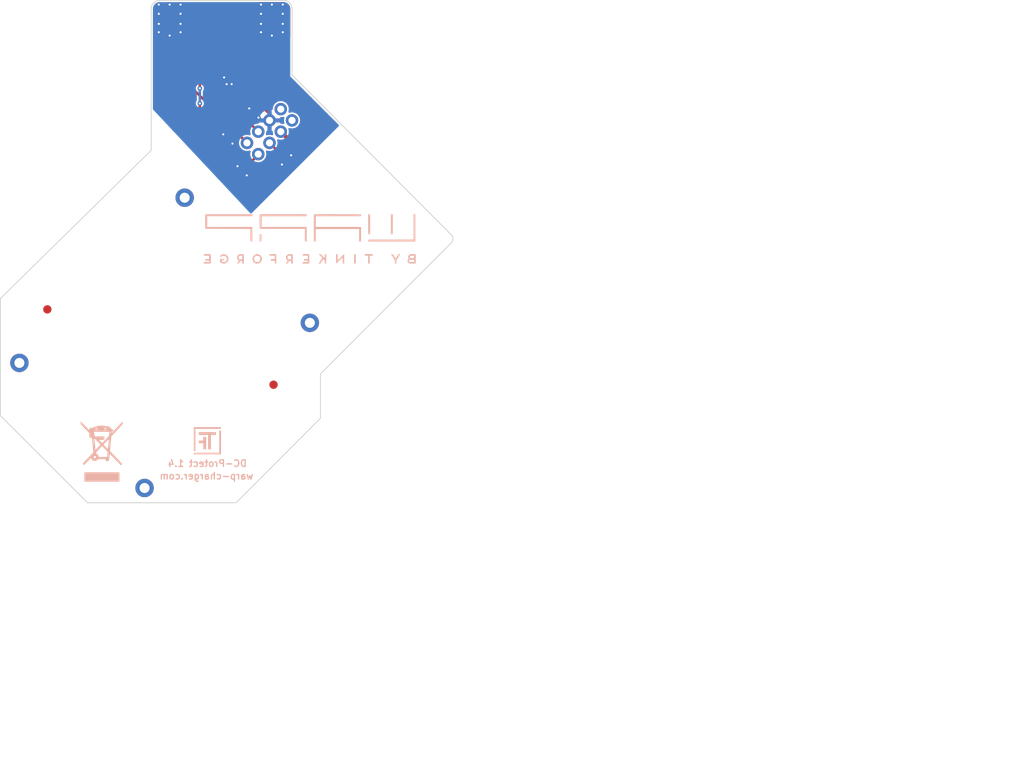
<source format=kicad_pcb>
(kicad_pcb (version 20211014) (generator pcbnew)
  (title_block (title "DC Protect Tilted X804") (date "2023-02-03") (rev "1.4") (company "Tinkerforge GmbH") (comment 1 "Licensed under CERN OHL v.1.1") (comment 2 "Copyright (©) 2023, T.Schneidermann <tim@tinkerforge.com>"))
  (layers (0 "F.Cu" signal) (31 "B.Cu" signal) (34 "B.Paste" user) (35 "F.Paste" user) (36 "B.SilkS" user "B.Silkscreen") (37 "F.SilkS" user "F.Silkscreen") (38 "B.Mask" user) (39 "F.Mask" user) (44 "Edge.Cuts" user))
  (net 0 "")
  (net 1 "Net-(C1-Pad1)")
  (net 2 "Net-(C2-Pad1)")
  (net 3 "Net-(P1-Pad6)")
  (net 4 "Net-(C3-Pad1)")
  (net 5 "Net-(C4-Pad1)")
  (net 8 "GND")
  (footprint "kicad-libraries:Fiducial_Mark" (layer "F.Cu") (at 186.5 92.575)
    (fp_text reference "Fiducial_Mark" hide)
    (fp_text value "VAL**" hide)
    (pad "1" smd circle locked (at 0 0) (size 1.00076 1.00076) (layers "F.Cu" "F.Paste" "F.Mask") (clearance 0.65024))
  )
  (footprint "kicad-libraries:C0402E" (layer "F.Cu") (at 190.6 87.275 -45)
    (fp_text reference "C4")
    (fp_text value "100nF")
    (pad "1" smd rect locked (at -0.65 0 315) (size 0.7 0.9) (layers "F.Cu" "F.Paste" "F.Mask") (net 5 "Net-(C4-Pad1)"))
    (pad "2" smd rect locked (at 0.65 0 315) (size 0.7 0.9) (layers "F.Cu" "F.Paste" "F.Mask") (net 8 "GND"))
  )
  (footprint "kicad-libraries:C0805E" (layer "F.Cu") (at 185.1 76.375)
    (fp_text reference "C5")
    (fp_text value "DNP")
    (pad "1" smd rect locked (at -0.95 0) (size 1.3 1.5) (layers "F.Cu" "F.Paste" "F.Mask") (net 8 "GND") (clearance 0.14986))
    (pad "2" smd rect locked (at 0.95 0) (size 1.3 1.5) (layers "F.Cu" "F.Paste" "F.Mask") (net 3 "Net-(P1-Pad6)") (clearance 0.14986))
  )
  (footprint "kicad-libraries:Fiducial_Mark" (layer "F.Cu") (at 176.5 78.575)
    (fp_text reference "Fiducial_Mark" hide)
    (fp_text value "VAL**" hide)
    (pad "1" smd circle locked (at 0 0) (size 1.00076 1.00076) (layers "F.Cu" "F.Paste" "F.Mask") (clearance 0.65024))
  )
  (footprint "kicad-libraries:C0402E" (layer "F.Cu") (at 185.1 77.875)
    (fp_text reference "C6")
    (fp_text value "DNP")
    (pad "1" smd rect locked (at -0.65 0) (size 0.7 0.9) (layers "F.Cu" "F.Paste" "F.Mask") (net 8 "GND"))
    (pad "2" smd rect locked (at 0.65 0) (size 0.7 0.9) (layers "F.Cu" "F.Paste" "F.Mask") (net 3 "Net-(P1-Pad6)"))
  )
  (footprint "kicad-libraries:DC-Protect" (layer "F.Cu") (at 176.5 109.575 135)
    (fp_text reference "U1")
    (fp_text value "DC-Protect")
    (pad "" np_thru_hole circle locked (at 0 0 135) (size 20 20) (drill 20) (layers F&B.Cu *.Mask))
    (pad "" thru_hole circle locked (at 10.565 13.95 135) (size 2.2 2.2) (drill 1.2) (layers F&B.Cu *.Mask))
    (pad "" thru_hole circle locked (at -10.565 -13.95 135) (size 2.2 2.2) (drill 1.2) (layers F&B.Cu *.Mask))
    (pad "" thru_hole circle locked (at 10.565 -13.95 135) (size 2.2 2.2) (drill 1.2) (layers F&B.Cu *.Mask))
    (pad "" thru_hole circle locked (at -10.565 13.95 135) (size 2.2 2.2) (drill 1.2) (layers F&B.Cu *.Mask))
    (pad "1" thru_hole circle locked (at 9.935 23.84 135) (size 1.5 1.5) (drill 0.85) (layers F&B.Cu *.Mask) (net 1 "Net-(C1-Pad1)"))
    (pad "2" thru_hole circle locked (at 8.035 23.84 135) (size 1.5 1.5) (drill 0.85) (layers F&B.Cu *.Mask) (net 2 "Net-(C2-Pad1)"))
    (pad "3" thru_hole circle locked (at 9.935 25.74 135) (size 1.5 1.5) (drill 0.85) (layers F&B.Cu *.Mask) (net 4 "Net-(C3-Pad1)"))
    (pad "4" thru_hole circle locked (at 8.035 25.74 135) (size 1.5 1.5) (drill 0.85) (layers F&B.Cu *.Mask) (net 5 "Net-(C4-Pad1)"))
    (pad "5" thru_hole circle locked (at 9.935 27.64 135) (size 1.5 1.5) (drill 0.85) (layers F&B.Cu *.Mask) (net 8 "GND"))
    (pad "6" thru_hole circle locked (at 8.035 27.64 135) (size 1.5 1.5) (drill 0.85) (layers F&B.Cu *.Mask) (net 3 "Net-(P1-Pad6)"))
    (pad "7" thru_hole circle locked (at 9.935 29.54 135) (size 1.5 1.5) (drill 0.85) (layers F&B.Cu *.Mask))
    (pad "8" thru_hole circle locked (at 8.035 29.54 135) (size 1.5 1.5) (drill 0.85) (layers F&B.Cu *.Mask))
  )
  (footprint "kicad-libraries:C0402E" (layer "F.Cu") (at 186.2 88.575 -135)
    (fp_text reference "C2")
    (fp_text value "10nF")
    (pad "1" smd rect locked (at -0.65 0 225) (size 0.7 0.9) (layers "F.Cu" "F.Paste" "F.Mask") (net 2 "Net-(C2-Pad1)"))
    (pad "2" smd rect locked (at 0.65 0 225) (size 0.7 0.9) (layers "F.Cu" "F.Paste" "F.Mask") (net 8 "GND"))
  )
  (footprint "kicad-libraries:CON-SENSOR2_180" (layer "F.Cu") (at 183.2 69.575 180)
    (fp_text reference "P1")
    (fp_text value "CON-SENSOR2-BLANK")
    (pad "1" smd rect locked (at 3.75 -4.8 180) (size 0.6 1.8) (layers "F.Cu" "F.Paste" "F.Mask") (net 1 "Net-(C1-Pad1)"))
    (pad "2" smd rect locked (at 2.5 -4.8 180) (size 0.6 1.8) (layers "F.Cu" "F.Paste" "F.Mask") (net 2 "Net-(C2-Pad1)"))
    (pad "3" smd rect locked (at 1.25 -4.8 180) (size 0.6 1.8) (layers "F.Cu" "F.Paste" "F.Mask") (net 4 "Net-(C3-Pad1)"))
    (pad "4" smd rect locked (at 0 -4.8 180) (size 0.6 1.8) (layers "F.Cu" "F.Paste" "F.Mask") (net 5 "Net-(C4-Pad1)"))
    (pad "5" smd rect locked (at -1.25 -4.8 180) (size 0.6 1.8) (layers "F.Cu" "F.Paste" "F.Mask") (net 8 "GND"))
    (pad "6" smd rect locked (at -2.5 -4.8 180) (size 0.6 1.8) (layers "F.Cu" "F.Paste" "F.Mask") (net 3 "Net-(P1-Pad6)"))
    (pad "7" smd rect locked (at -3.75 -4.8 180) (size 0.6 1.8) (layers "F.Cu" "F.Paste" "F.Mask"))
    (pad "EP" smd rect locked (at 6.1 -1.4 180) (size 1.8 2.8) (layers "F.Cu" "F.Paste" "F.Mask") (net 8 "GND"))
    (pad "EP" smd rect locked (at -6.1 -1.4 180) (size 1.8 2.8) (layers "F.Cu" "F.Paste" "F.Mask") (net 8 "GND"))
  )
  (footprint "kicad-libraries:C0402E" (layer "F.Cu") (at 184.5 84.775 -135)
    (fp_text reference "C1")
    (fp_text value "100nF")
    (pad "1" smd rect locked (at -0.65 0 225) (size 0.7 0.9) (layers "F.Cu" "F.Paste" "F.Mask") (net 1 "Net-(C1-Pad1)"))
    (pad "2" smd rect locked (at 0.65 0 225) (size 0.7 0.9) (layers "F.Cu" "F.Paste" "F.Mask") (net 8 "GND"))
  )
  (footprint "kicad-libraries:C0402E" (layer "F.Cu") (at 186.7 82.575 45)
    (fp_text reference "C3")
    (fp_text value "100nF")
    (pad "1" smd rect locked (at -0.65 0 45) (size 0.7 0.9) (layers "F.Cu" "F.Paste" "F.Mask") (net 4 "Net-(C3-Pad1)"))
    (pad "2" smd rect locked (at 0.65 0 45) (size 0.7 0.9) (layers "F.Cu" "F.Paste" "F.Mask") (net 8 "GND"))
  )
  (footprint "kicad-libraries:Fiducial_Mark" (layer "F.Cu") (at 189.5 114.575)
    (fp_text reference "Fiducial_Mark" hide)
    (fp_text value "VAL**" hide)
    (pad "1" smd circle locked (at 0 0) (size 1.00076 1.00076) (layers "F.Cu" "F.Paste" "F.Mask") (clearance 0.65024))
  )
  (footprint "kicad-libraries:Fiducial_Mark" (layer "F.Cu") (at 162.5 105.575)
    (fp_text reference "Fiducial_Mark" hide)
    (fp_text value "VAL**" hide)
    (pad "1" smd circle locked (at 0 0) (size 1.00076 1.00076) (layers "F.Cu" "F.Paste" "F.Mask") (clearance 0.65024))
  )
  (footprint "kicad-libraries:Logo_31x31" (layer "B.Cu") (at 181.6 121.275 180)
    (fp_text reference "G***" hide)
    (fp_text value "LOGO" hide)
  )
  (footprint "kicad-libraries:LogoWARP_25x6" (layer "B.Cu") (at 193.8 97.175 180)
    (fp_text reference "G***" hide)
    (fp_text value "LOGO" hide)
  )
  (footprint "kicad-libraries:WEEE_7mm" (layer "B.Cu") (at 169 122.575 180)
    (fp_text reference "VAL" hide)
    (fp_text value "WEEE_7mm" hide)
  )
  (gr_line (start 156.9 118.275) (end 167.3 128.675) (layer "Edge.Cuts") (width 0.1))
  (gr_line (start 185.025 128.675) (end 195.1 118.575) (layer "Edge.Cuts") (width 0.1))
  (gr_arc (start 210.699999 96.650001) (mid 210.907105 97.15) (end 210.699999 97.649999) (layer "Edge.Cuts") (width 0.1))
  (gr_line (start 195.1 118.575) (end 195.1 113.275) (layer "Edge.Cuts") (width 0.1))
  (gr_line (start 156.9 104.275) (end 174.9 86.575) (layer "Edge.Cuts") (width 0.1))
  (gr_line (start 175.9 68.675) (end 190.7 68.675) (layer "Edge.Cuts") (width 0.1))
  (gr_line (start 156.9 118.275) (end 156.9 104.275) (layer "Edge.Cuts") (width 0.1))
  (gr_arc (start 174.9 69.675) (mid 175.192893 68.967893) (end 175.9 68.675) (layer "Edge.Cuts") (width 0.1))
  (gr_line (start 195.1 113.275) (end 210.7 97.65) (layer "Edge.Cuts") (width 0.1))
  (gr_arc (start 190.7 68.675) (mid 191.407107 68.967893) (end 191.7 69.675) (layer "Edge.Cuts") (width 0.1))
  (gr_line (start 185.025 128.675) (end 167.3 128.675) (layer "Edge.Cuts") (width 0.1))
  (gr_line (start 174.9 69.675) (end 174.9 86.575) (layer "Edge.Cuts") (width 0.1))
  (gr_line (start 210.7 96.65) (end 191.7 77.575) (layer "Edge.Cuts") (width 0.1))
  (gr_line (start 191.7 77.575) (end 191.7 69.575) (layer "Edge.Cuts") (width 0.1))
  (gr_text "warp-charger.com" (at 181.5 125.475) (layer "B.SilkS") (effects (font (size 0.8 0.8)) (justify mirror)))
  (gr_text "DC-Protect 1.4" (at 181.6 123.975) (layer "B.SilkS") (effects (font (size 0.8 0.8)) (justify mirror)))
  (segment (start 179.45 78.810148) (end 186.33232 85.692468) (width 0.3) (layer "F.Cu") (net 1))
  (segment (start 179.45 74.375) (end 179.45 78.810148) (width 0.3) (layer "F.Cu") (net 1))
  (segment (start 185.519238 86.975) (end 186.659619 88.115381) (width 0.3) (layer "F.Cu") (net 2))
  (segment (start 180.7 80.975) (end 180.7 84.475) (width 0.3) (layer "F.Cu") (net 2))
  (segment (start 187.675823 87.035971) (end 187.675823 87.099177) (width 0.3) (layer "F.Cu") (net 2))
  (segment (start 180.7 84.475) (end 183.2 86.975) (width 0.3) (layer "F.Cu") (net 2))
  (segment (start 187.675823 87.099177) (end 186.659619 88.115381) (width 0.3) (layer "F.Cu") (net 2))
  (segment (start 180.7 79.175) (end 180.7 74.375) (width 0.3) (layer "F.Cu") (net 2))
  (segment (start 183.2 86.975) (end 185.519238 86.975) (width 0.3) (layer "F.Cu") (net 2))
  (via (at 180.7 79.175) (size 0.55) (drill 0.25) (layers "F.Cu" "B.Cu") (net 2))
  (via (at 180.7 80.975) (size 0.55) (drill 0.25) (layers "F.Cu" "B.Cu") (net 2))
  (segment (start 180.7 80.975) (end 180.7 79.175) (width 0.3) (layer "B.Cu") (net 2))
  (segment (start 192.3 85.575) (end 191.588862 85.575) (width 0.5) (layer "F.Cu") (net 3))
  (segment (start 185.75 77.875) (end 185.75 78.025) (width 0.5) (layer "F.Cu") (net 3))
  (segment (start 185.75 78.025) (end 187.9 80.175) (width 0.5) (layer "F.Cu") (net 3))
  (segment (start 193.8 82.675) (end 193.8 84.075) (width 0.5) (layer "F.Cu") (net 3))
  (segment (start 187.9 80.175) (end 191.3 80.175) (width 0.5) (layer "F.Cu") (net 3))
  (segment (start 191.3 80.175) (end 193.8 82.675) (width 0.5) (layer "F.Cu") (net 3))
  (segment (start 186.05 76.375) (end 186.05 77.575) (width 0.5) (layer "F.Cu") (net 3))
  (segment (start 186.05 77.575) (end 185.75 77.875) (width 0.5) (layer "F.Cu") (net 3))
  (segment (start 185.7 76.025) (end 186.05 76.375) (width 0.5) (layer "F.Cu") (net 3))
  (segment (start 191.588862 85.575) (end 190.362828 84.348966) (width 0.5) (layer "F.Cu") (net 3))
  (segment (start 193.8 84.075) (end 192.3 85.575) (width 0.5) (layer "F.Cu") (net 3))
  (segment (start 185.7 74.375) (end 185.7 76.025) (width 0.5) (layer "F.Cu") (net 3))
  (segment (start 187.675823 84.348966) (end 181.95 78.623143) (width 0.3) (layer "F.Cu") (net 4))
  (segment (start 181.95 78.623143) (end 181.95 74.375) (width 0.3) (layer "F.Cu") (net 4))
  (segment (start 189.8 86.473142) (end 189.019326 85.692468) (width 0.3) (layer "F.Cu") (net 5))
  (segment (start 183.2 74.375) (end 183.2 73.375) (width 0.3) (layer "F.Cu") (net 5))
  (segment (start 186.580762 90.375) (end 190.140381 86.815381) (width 0.3) (layer "F.Cu") (net 5))
  (segment (start 183.2 73.375) (end 182.8 72.975) (width 0.3) (layer "F.Cu") (net 5))
  (segment (start 184.9 90.375) (end 186.580762 90.375) (width 0.3) (layer "F.Cu") (net 5))
  (segment (start 179.111798 72.975) (end 178.3 73.786798) (width 0.3) (layer "F.Cu") (net 5))
  (segment (start 189.8 86.473142) (end 189.8 86.475) (width 0.3) (layer "F.Cu") (net 5))
  (segment (start 178.3 83.775) (end 184.9 90.375) (width 0.3) (layer "F.Cu") (net 5))
  (segment (start 182.8 72.975) (end 179.111798 72.975) (width 0.3) (layer "F.Cu") (net 5))
  (segment (start 178.3 73.786798) (end 178.3 83.775) (width 0.3) (layer "F.Cu") (net 5))
  (segment (start 189.8 86.475) (end 190.140381 86.815381) (width 0.3) (layer "F.Cu") (net 5))
  (segment (start 185.740381 89.015381) (end 185.2 88.475) (width 0.25) (layer "F.Cu") (net 8))
  (segment (start 184.45 77.875) (end 184.2 77.875) (width 0.5) (layer "F.Cu") (net 8))
  (segment (start 184.45 78.125) (end 183.9 78.675) (width 0.5) (layer "F.Cu") (net 8))
  (segment (start 191.040381 87.734619) (end 190.5 88.275) (width 0.25) (layer "F.Cu") (net 8))
  (segment (start 185.759619 89.034619) (end 186.3 89.575) (width 0.25) (layer "F.Cu") (net 8))
  (segment (start 184.040381 85.234619) (end 184.059619 85.234619) (width 0.25) (layer "F.Cu") (net 8))
  (segment (start 189.019326 83.005463) (end 189.019326 82.094326) (width 0.5) (layer "F.Cu") (net 8))
  (segment (start 191.6 87.175) (end 191.6 87.194238) (width 0.25) (layer "F.Cu") (net 8))
  (segment (start 184.45 76.075) (end 184.15 76.375) (width 0.5) (layer "F.Cu") (net 8))
  (segment (start 189.019326 82.094326) (end 187.9 80.975) (width 0.5) (layer "F.Cu") (net 8))
  (segment (start 187.159619 82.134619) (end 187.7 82.675) (width 0.25) (layer "F.Cu") (net 8))
  (segment (start 185.740381 89.034619) (end 185.740381 89.015381) (width 0.25) (layer "F.Cu") (net 8))
  (segment (start 184.45 77.875) (end 183.6 77.875) (width 0.5) (layer "F.Cu") (net 8))
  (segment (start 183.6 78.375) (end 183.9 78.675) (width 0.5) (layer "F.Cu") (net 8))
  (segment (start 184.040381 85.215381) (end 184.040381 85.234619) (width 0.25) (layer "F.Cu") (net 8))
  (segment (start 184.45 77.875) (end 184.45 78.125) (width 0.5) (layer "F.Cu") (net 8))
  (segment (start 185.740381 89.034619) (end 185.759619 89.034619) (width 0.25) (layer "F.Cu") (net 8))
  (segment (start 184.45 74.375) (end 184.45 76.075) (width 0.5) (layer "F.Cu") (net 8))
  (segment (start 184.688863 78.675) (end 183.9 78.675) (width 0.5) (layer "F.Cu") (net 8))
  (segment (start 184.15 76.375) (end 184.15 77.575) (width 0.5) (layer "F.Cu") (net 8))
  (segment (start 186.988863 80.975) (end 184.688863 78.675) (width 0.5) (layer "F.Cu") (net 8))
  (segment (start 184.15 77.575) (end 184.45 77.875) (width 0.5) (layer "F.Cu") (net 8))
  (segment (start 187.140381 82.115381) (end 186.6 81.575) (width 0.25) (layer "F.Cu") (net 8))
  (segment (start 184.2 77.875) (end 183.9 78.175) (width 0.5) (layer "F.Cu") (net 8))
  (segment (start 183.6 77.875) (end 183.6 78.375) (width 0.5) (layer "F.Cu") (net 8))
  (segment (start 187.159619 82.115381) (end 187.159619 82.134619) (width 0.25) (layer "F.Cu") (net 8))
  (segment (start 191.059619 87.734619) (end 191.040381 87.734619) (width 0.25) (layer "F.Cu") (net 8))
  (segment (start 191.6 87.194238) (end 191.059619 87.734619) (width 0.25) (layer "F.Cu") (net 8))
  (segment (start 184.059619 85.234619) (end 184.6 85.775) (width 0.25) (layer "F.Cu") (net 8))
  (segment (start 183.5 84.675) (end 184.040381 85.215381) (width 0.25) (layer "F.Cu") (net 8))
  (segment (start 184.45 77.875) (end 184.45 78.625) (width 0.5) (layer "F.Cu") (net 8))
  (segment (start 184.45 78.625) (end 184.5 78.675) (width 0.5) (layer "F.Cu") (net 8))
  (segment (start 187.159619 82.115381) (end 187.140381 82.115381) (width 0.25) (layer "F.Cu") (net 8))
  (segment (start 187.9 80.975) (end 186.988863 80.975) (width 0.5) (layer "F.Cu") (net 8))
  (via (at 188 69.175) (size 0.55) (drill 0.25) (layers "F.Cu" "B.Cu") (net 8))
  (via (at 186.3 89.575) (size 0.55) (drill 0.25) (layers "F.Cu" "B.Cu") (net 8))
  (via (at 183.5 84.675) (size 0.55) (drill 0.25) (layers "F.Cu" "B.Cu") (net 8))
  (via (at 190.6 71.475) (size 0.55) (drill 0.25) (layers "F.Cu" "B.Cu") (net 8))
  (via (at 190.6 70.275) (size 0.55) (drill 0.25) (layers "F.Cu" "B.Cu") (net 8))
  (via (at 178.4 70.275) (size 0.55) (drill 0.25) (layers "F.Cu" "B.Cu") (net 8))
  (via (at 178.4 72.475) (size 0.55) (drill 0.25) (layers "F.Cu" "B.Cu") (net 8))
  (via (at 189.3 72.875) (size 0.55) (drill 0.25) (layers "F.Cu" "B.Cu") (net 8))
  (via (at 187.7 82.675) (size 0.55) (drill 0.25) (layers "F.Cu" "B.Cu") (net 8))
  (via (at 190.6 72.475) (size 0.55) (drill 0.25) (layers "F.Cu" "B.Cu") (net 8))
  (via (at 178.4 69.175) (size 0.55) (drill 0.25) (layers "F.Cu" "B.Cu") (net 8))
  (via (at 177.1 69.175) (size 0.55) (drill 0.25) (layers "F.Cu" "B.Cu") (net 8))
  (via (at 184.6 85.775) (size 0.55) (drill 0.25) (layers "F.Cu" "B.Cu") (net 8))
  (via (at 188 70.275) (size 0.55) (drill 0.25) (layers "F.Cu" "B.Cu") (net 8))
  (via (at 191.6 87.175) (size 0.55) (drill 0.25) (layers "F.Cu" "B.Cu") (net 8))
  (via (at 183.9 78.675) (size 0.55) (drill 0.25) (layers "F.Cu" "B.Cu") (net 8))
  (via (at 186.6 81.575) (size 0.55) (drill 0.25) (layers "F.Cu" "B.Cu") (net 8))
  (via (at 175.8 71.475) (size 0.55) (drill 0.25) (layers "F.Cu" "B.Cu") (net 8))
  (via (at 188 71.475) (size 0.55) (drill 0.25) (layers "F.Cu" "B.Cu") (net 8))
  (via (at 175.8 72.475) (size 0.55) (drill 0.25) (layers "F.Cu" "B.Cu") (net 8))
  (via (at 189.3 69.175) (size 0.55) (drill 0.25) (layers "F.Cu" "B.Cu") (net 8))
  (via (at 175.8 69.175) (size 0.55) (drill 0.25) (layers "F.Cu" "B.Cu") (net 8))
  (via (at 175.8 70.275) (size 0.55) (drill 0.25) (layers "F.Cu" "B.Cu") (net 8))
  (via (at 178.4 71.475) (size 0.55) (drill 0.25) (layers "F.Cu" "B.Cu") (net 8))
  (via (at 185.2 88.475) (size 0.55) (drill 0.25) (layers "F.Cu" "B.Cu") (net 8))
  (via (at 188 72.475) (size 0.55) (drill 0.25) (layers "F.Cu" "B.Cu") (net 8))
  (via (at 184.5 78.675) (size 0.55) (drill 0.25) (layers "F.Cu" "B.Cu") (net 8))
  (via (at 183.6 77.875) (size 0.55) (drill 0.25) (layers "F.Cu" "B.Cu") (net 8))
  (via (at 190.5 88.275) (size 0.55) (drill 0.25) (layers "F.Cu" "B.Cu") (net 8))
  (via (at 190.6 69.175) (size 0.55) (drill 0.25) (layers "F.Cu" "B.Cu") (net 8))
  (via (at 177.1 72.875) (size 0.55) (drill 0.25) (layers "F.Cu" "B.Cu") (net 8))
  (zone (net 8) (net_name "GND") (layer "F.Cu") (connect_pads yes (clearance 0.2)) (min_thickness 0.15) (fill yes (thermal_gap 0.508) (thermal_bridge_width 0.508))
    (polygon (pts (xy 187.7 68.675) (xy 187.7 73.175) (xy 191.7 73.175) (xy 191.7 68.675)))
  )
  (zone (net 8) (net_name "GND") (layer "B.Cu") (connect_pads (clearance 0.2)) (min_thickness 0.254) (fill yes (thermal_gap 0.508) (thermal_bridge_width 0.508))
    (polygon (pts (xy 174.9 68.675) (xy 191.7 68.675) (xy 191.7 77.675) (xy 197.5 83.475) (xy 186.8 94.175) (xy 174.9 81.475)))
  )
)
</source>
